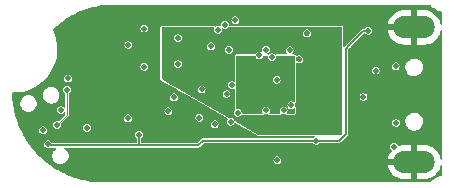
<source format=gbr>
%TF.GenerationSoftware,KiCad,Pcbnew,7.0.7*%
%TF.CreationDate,2024-04-01T13:07:59+02:00*%
%TF.ProjectId,ovrdrive,6f767264-7269-4766-952e-6b696361645f,rev?*%
%TF.SameCoordinates,Original*%
%TF.FileFunction,Copper,L2,Inr*%
%TF.FilePolarity,Positive*%
%FSLAX46Y46*%
G04 Gerber Fmt 4.6, Leading zero omitted, Abs format (unit mm)*
G04 Created by KiCad (PCBNEW 7.0.7) date 2024-04-01 13:07:59*
%MOMM*%
%LPD*%
G01*
G04 APERTURE LIST*
%TA.AperFunction,ComponentPad*%
%ADD10O,3.500000X1.900000*%
%TD*%
%TA.AperFunction,ViaPad*%
%ADD11C,0.460000*%
%TD*%
%TA.AperFunction,Conductor*%
%ADD12C,0.100000*%
%TD*%
%TA.AperFunction,Conductor*%
%ADD13C,0.200000*%
%TD*%
G04 APERTURE END LIST*
D10*
%TO.N,GND*%
%TO.C,J1*%
X142100000Y-98500000D03*
X142100000Y-109900000D03*
%TD*%
D11*
%TO.N,+1V8*%
X131750000Y-104220000D03*
X127300000Y-102200000D03*
X128600000Y-105500000D03*
X131000000Y-101200000D03*
%TO.N,/SCK*%
X112700000Y-103800000D03*
X111859044Y-106772225D03*
%TO.N,/MOSI*%
X110665634Y-107206591D03*
X119243348Y-101843348D03*
%TO.N,/~{RST}*%
X112200500Y-105495000D03*
X121283771Y-105600000D03*
%TO.N,/INHIBIT*%
X117900000Y-100000000D03*
X112800000Y-102829500D03*
%TO.N,Net-(JP1-B)*%
X130500000Y-109750000D03*
%TO.N,/RB1*%
X131550000Y-100450000D03*
%TO.N,/RB0*%
X130050000Y-101010000D03*
%TO.N,/~{CE1}*%
X130450000Y-102950000D03*
%TO.N,/DQS*%
X129550000Y-105540500D03*
%TO.N,Net-(U2A-~{CE})*%
X122100000Y-101600000D03*
%TO.N,/~{CE3}*%
X131050000Y-105540500D03*
%TO.N,/~{CE2}*%
X131700000Y-105100000D03*
%TO.N,/~{RE}*%
X129550000Y-100400000D03*
%TO.N,/~{CE}*%
X119250000Y-98600000D03*
X128991864Y-100879856D03*
%TO.N,/~{WP}*%
X123900000Y-106150000D03*
%TO.N,/~{WE}*%
X125200000Y-106700000D03*
%TO.N,/ALE*%
X126550000Y-106500000D03*
%TO.N,/CLE*%
X127150000Y-105740500D03*
%TO.N,+3.3V*%
X128000000Y-106500000D03*
X130600000Y-100400000D03*
X140570500Y-106600000D03*
X132400000Y-102100000D03*
X129100000Y-106500000D03*
X123300000Y-101304500D03*
X132400000Y-105100000D03*
%TO.N,GND*%
X109000000Y-106200000D03*
X139600000Y-97400000D03*
X119800000Y-106500000D03*
X117600000Y-109800000D03*
X118200000Y-98400000D03*
X143600000Y-106600000D03*
X132350000Y-101200000D03*
X136500000Y-108600000D03*
X110200000Y-106000000D03*
X133000000Y-99000000D03*
X114600000Y-99200000D03*
X132500000Y-109000000D03*
X139750000Y-110950000D03*
X114100000Y-107900000D03*
X143600000Y-100400000D03*
X126950000Y-97150000D03*
X122550000Y-105950000D03*
X135500000Y-97050000D03*
X119900000Y-101300000D03*
X126400000Y-100400000D03*
X113030000Y-107950000D03*
X113350000Y-109800000D03*
X122100000Y-99400000D03*
X131000000Y-110600000D03*
X124600000Y-107400000D03*
X126300000Y-110800000D03*
X137000000Y-100400000D03*
X117600000Y-103800000D03*
%TO.N,+5V*%
X138200000Y-98800000D03*
X118800000Y-107600000D03*
X111100000Y-108400000D03*
X133800000Y-108095500D03*
%TO.N,/FD7*%
X126950000Y-97900000D03*
%TO.N,/FD6*%
X126072701Y-98279500D03*
%TO.N,/FD5*%
X125500000Y-98700000D03*
%TO.N,/FD4*%
X124900000Y-100100000D03*
%TO.N,/FD3*%
X126677375Y-103384648D03*
%TO.N,/FD2*%
X124104500Y-103764148D03*
%TO.N,/FD1*%
X121770207Y-104429793D03*
%TO.N,/FD0*%
X126204500Y-104150000D03*
%TO.N,VMEM*%
X140400000Y-108600000D03*
X137800000Y-104400000D03*
%TO.N,/IN1*%
X140520500Y-101800000D03*
X117845500Y-106200000D03*
%TO.N,/IN2*%
X138825627Y-102157685D03*
X114400000Y-107000000D03*
%TD*%
D12*
%TO.N,/SCK*%
X111820000Y-106733181D02*
X111859044Y-106772225D01*
X112700000Y-105931269D02*
X111859044Y-106772225D01*
X112700000Y-103800000D02*
X112700000Y-105931269D01*
D13*
%TO.N,+5V*%
X136300000Y-100300000D02*
X136300000Y-107500000D01*
X138200000Y-98800000D02*
X137800000Y-98800000D01*
X136300000Y-107500000D02*
X135704500Y-108095500D01*
X118800000Y-107600000D02*
X118800000Y-108500000D01*
X123800000Y-108500000D02*
X118800000Y-108500000D01*
X133800000Y-108095500D02*
X133795500Y-108100000D01*
X124200000Y-108100000D02*
X123800000Y-108500000D01*
X137800000Y-98800000D02*
X136600000Y-100000000D01*
X111200000Y-108500000D02*
X111100000Y-108400000D01*
X118800000Y-108500000D02*
X111200000Y-108500000D01*
X135704500Y-108095500D02*
X133800000Y-108095500D01*
X136600000Y-100000000D02*
X136300000Y-100300000D01*
X133795500Y-108100000D02*
X124200000Y-108100000D01*
%TD*%
%TA.AperFunction,Conductor*%
%TO.N,GND*%
G36*
X132397792Y-100977954D02*
G01*
X132456114Y-100999182D01*
X132470850Y-101007690D01*
X132518400Y-101047589D01*
X132529338Y-101060624D01*
X132560370Y-101114370D01*
X132566191Y-101130363D01*
X132576969Y-101191491D01*
X132576969Y-101208508D01*
X132566191Y-101269632D01*
X132560370Y-101285623D01*
X132529337Y-101339375D01*
X132518399Y-101352410D01*
X132470851Y-101392307D01*
X132456117Y-101400815D01*
X132397792Y-101422045D01*
X132381032Y-101425000D01*
X132318966Y-101425000D01*
X132302207Y-101422045D01*
X132218285Y-101391499D01*
X132218284Y-101391499D01*
X132211410Y-101388997D01*
X132206310Y-101386885D01*
X132206306Y-101386883D01*
X132204676Y-101386446D01*
X132203206Y-101385983D01*
X132203009Y-101385999D01*
X132181804Y-101380318D01*
X132179127Y-101379638D01*
X132158344Y-101381273D01*
X132122677Y-101369685D01*
X132105651Y-101336270D01*
X132105500Y-101332425D01*
X132105500Y-101079768D01*
X132119852Y-101045120D01*
X132154500Y-101030768D01*
X132154930Y-101030770D01*
X132166692Y-101030873D01*
X132166692Y-101030872D01*
X132166695Y-101030873D01*
X132202462Y-101019597D01*
X132228081Y-101005541D01*
X132234881Y-101002460D01*
X132302207Y-100977954D01*
X132318966Y-100975000D01*
X132381034Y-100975000D01*
X132397792Y-100977954D01*
G37*
%TD.AperFunction*%
%TA.AperFunction,Conductor*%
G36*
X126447792Y-100177954D02*
G01*
X126506114Y-100199182D01*
X126520850Y-100207690D01*
X126568400Y-100247589D01*
X126579338Y-100260624D01*
X126610370Y-100314370D01*
X126616191Y-100330363D01*
X126626969Y-100391491D01*
X126626969Y-100408508D01*
X126616191Y-100469632D01*
X126610370Y-100485623D01*
X126579337Y-100539375D01*
X126568399Y-100552410D01*
X126520851Y-100592307D01*
X126506117Y-100600815D01*
X126447792Y-100622045D01*
X126431032Y-100625000D01*
X126368968Y-100625000D01*
X126352209Y-100622045D01*
X126293879Y-100600814D01*
X126279144Y-100592306D01*
X126231598Y-100552411D01*
X126220662Y-100539379D01*
X126189625Y-100485623D01*
X126183807Y-100469638D01*
X126173029Y-100408506D01*
X126173029Y-100391491D01*
X126183807Y-100330360D01*
X126189625Y-100314377D01*
X126220660Y-100260623D01*
X126231594Y-100247592D01*
X126279148Y-100207688D01*
X126293881Y-100199183D01*
X126331602Y-100185454D01*
X126352208Y-100177955D01*
X126368966Y-100175000D01*
X126431034Y-100175000D01*
X126447792Y-100177954D01*
G37*
%TD.AperFunction*%
%TA.AperFunction,Conductor*%
G36*
X122147792Y-99177954D02*
G01*
X122206114Y-99199182D01*
X122220850Y-99207690D01*
X122268400Y-99247589D01*
X122279338Y-99260624D01*
X122310370Y-99314370D01*
X122316191Y-99330363D01*
X122326969Y-99391491D01*
X122326969Y-99408508D01*
X122316191Y-99469632D01*
X122310370Y-99485623D01*
X122279337Y-99539375D01*
X122268399Y-99552410D01*
X122220851Y-99592307D01*
X122206117Y-99600815D01*
X122147792Y-99622045D01*
X122131032Y-99625000D01*
X122068968Y-99625000D01*
X122052209Y-99622045D01*
X121993879Y-99600814D01*
X121979144Y-99592306D01*
X121931598Y-99552411D01*
X121920662Y-99539379D01*
X121889625Y-99485623D01*
X121883807Y-99469638D01*
X121873029Y-99408506D01*
X121873029Y-99391491D01*
X121873987Y-99386057D01*
X121883807Y-99330360D01*
X121889625Y-99314377D01*
X121920660Y-99260623D01*
X121931594Y-99247592D01*
X121979148Y-99207688D01*
X121993881Y-99199183D01*
X122031602Y-99185454D01*
X122052208Y-99177955D01*
X122068966Y-99175000D01*
X122131034Y-99175000D01*
X122147792Y-99177954D01*
G37*
%TD.AperFunction*%
%TA.AperFunction,Conductor*%
G36*
X133047792Y-98777954D02*
G01*
X133106114Y-98799182D01*
X133120850Y-98807690D01*
X133168400Y-98847589D01*
X133179338Y-98860624D01*
X133210370Y-98914370D01*
X133216191Y-98930363D01*
X133226969Y-98991491D01*
X133226969Y-99008508D01*
X133216191Y-99069632D01*
X133210370Y-99085623D01*
X133179337Y-99139375D01*
X133168399Y-99152410D01*
X133120851Y-99192307D01*
X133106117Y-99200815D01*
X133047792Y-99222045D01*
X133031032Y-99225000D01*
X132968968Y-99225000D01*
X132952209Y-99222045D01*
X132893879Y-99200814D01*
X132879144Y-99192306D01*
X132831598Y-99152411D01*
X132820662Y-99139379D01*
X132789625Y-99085623D01*
X132783807Y-99069638D01*
X132773029Y-99008506D01*
X132773029Y-98991491D01*
X132777814Y-98964352D01*
X132783807Y-98930360D01*
X132789625Y-98914377D01*
X132820660Y-98860623D01*
X132831594Y-98847592D01*
X132879148Y-98807688D01*
X132893881Y-98799183D01*
X132936313Y-98783740D01*
X132952208Y-98777955D01*
X132968966Y-98775000D01*
X133031034Y-98775000D01*
X133047792Y-98777954D01*
G37*
%TD.AperFunction*%
%TA.AperFunction,Conductor*%
G36*
X143496587Y-96638571D02*
G01*
X143498954Y-96641111D01*
X143557533Y-96708643D01*
X143725459Y-96856897D01*
X143752417Y-96874984D01*
X143911470Y-96981700D01*
X144112322Y-97080875D01*
X144324501Y-97152687D01*
X144394379Y-97166368D01*
X144425623Y-97187109D01*
X144433963Y-97214455D01*
X144433963Y-98243065D01*
X144419611Y-98277713D01*
X144384963Y-98292065D01*
X144350315Y-98277713D01*
X144336631Y-98251130D01*
X144318229Y-98140853D01*
X144239774Y-97912323D01*
X144239770Y-97912313D01*
X144124777Y-97699825D01*
X144124768Y-97699811D01*
X143976364Y-97509141D01*
X143798588Y-97345488D01*
X143596313Y-97213335D01*
X143596307Y-97213331D01*
X143375036Y-97116273D01*
X143375037Y-97116273D01*
X143140801Y-97056956D01*
X142960303Y-97042000D01*
X142354000Y-97042000D01*
X142354000Y-98001000D01*
X142339648Y-98035648D01*
X142305000Y-98050000D01*
X141895000Y-98050000D01*
X141860352Y-98035648D01*
X141846000Y-98001000D01*
X141846000Y-97042000D01*
X141239697Y-97042000D01*
X141059198Y-97056956D01*
X140824963Y-97116273D01*
X140603692Y-97213331D01*
X140603686Y-97213335D01*
X140401411Y-97345488D01*
X140223635Y-97509141D01*
X140075231Y-97699811D01*
X140075222Y-97699825D01*
X139960229Y-97912313D01*
X139960225Y-97912323D01*
X139881770Y-98140853D01*
X139864225Y-98246000D01*
X140842162Y-98246000D01*
X140876810Y-98260352D01*
X140891162Y-98295000D01*
X140884597Y-98319497D01*
X140877371Y-98332013D01*
X140876376Y-98333738D01*
X140876374Y-98333744D01*
X140846190Y-98465988D01*
X140846190Y-98465991D01*
X140846190Y-98465992D01*
X140846789Y-98473984D01*
X140856326Y-98601260D01*
X140856326Y-98601262D01*
X140856327Y-98601265D01*
X140890014Y-98687099D01*
X140889314Y-98724594D01*
X140862304Y-98750613D01*
X140844402Y-98754000D01*
X139864225Y-98754000D01*
X139881770Y-98859146D01*
X139960225Y-99087676D01*
X139960229Y-99087686D01*
X140075222Y-99300174D01*
X140075231Y-99300188D01*
X140223635Y-99490858D01*
X140401411Y-99654511D01*
X140603686Y-99786664D01*
X140603692Y-99786668D01*
X140824963Y-99883726D01*
X140824962Y-99883726D01*
X141059198Y-99943043D01*
X141239697Y-99958000D01*
X141846000Y-99958000D01*
X141846000Y-98999000D01*
X141860352Y-98964352D01*
X141895000Y-98950000D01*
X142305000Y-98950000D01*
X142339648Y-98964352D01*
X142354000Y-98999000D01*
X142354000Y-99958000D01*
X142960303Y-99958000D01*
X143140801Y-99943043D01*
X143375036Y-99883726D01*
X143596307Y-99786668D01*
X143596313Y-99786664D01*
X143798588Y-99654511D01*
X143976364Y-99490858D01*
X144124768Y-99300188D01*
X144124777Y-99300174D01*
X144239770Y-99087686D01*
X144239774Y-99087676D01*
X144318229Y-98859146D01*
X144336631Y-98748869D01*
X144356490Y-98717056D01*
X144393028Y-98708602D01*
X144424841Y-98728461D01*
X144433963Y-98756934D01*
X144433963Y-109643065D01*
X144419611Y-109677713D01*
X144384963Y-109692065D01*
X144350315Y-109677713D01*
X144336631Y-109651130D01*
X144318229Y-109540853D01*
X144239774Y-109312323D01*
X144239770Y-109312313D01*
X144124777Y-109099825D01*
X144124768Y-109099811D01*
X143976364Y-108909141D01*
X143798588Y-108745488D01*
X143596313Y-108613335D01*
X143596307Y-108613331D01*
X143375036Y-108516273D01*
X143375037Y-108516273D01*
X143140801Y-108456956D01*
X142960303Y-108442000D01*
X142354000Y-108442000D01*
X142354000Y-109401000D01*
X142339648Y-109435648D01*
X142305000Y-109450000D01*
X141895000Y-109450000D01*
X141860352Y-109435648D01*
X141846000Y-109401000D01*
X141846000Y-108442000D01*
X141239697Y-108442000D01*
X141059198Y-108456956D01*
X140824962Y-108516273D01*
X140824958Y-108516274D01*
X140785418Y-108533618D01*
X140747923Y-108534393D01*
X140720863Y-108508427D01*
X140717482Y-108497260D01*
X140715359Y-108485219D01*
X140666158Y-108400000D01*
X140657084Y-108384283D01*
X140657082Y-108384280D01*
X140567799Y-108309364D01*
X140567797Y-108309363D01*
X140458276Y-108269500D01*
X140341724Y-108269500D01*
X140232202Y-108309363D01*
X140232200Y-108309364D01*
X140142917Y-108384280D01*
X140142915Y-108384283D01*
X140084641Y-108485216D01*
X140064402Y-108600000D01*
X140084641Y-108714783D01*
X140142915Y-108815716D01*
X140142917Y-108815719D01*
X140199551Y-108863240D01*
X140216868Y-108896505D01*
X140206722Y-108930872D01*
X140075231Y-109099811D01*
X140075222Y-109099825D01*
X139960229Y-109312313D01*
X139960225Y-109312323D01*
X139881770Y-109540853D01*
X139864225Y-109646000D01*
X140842162Y-109646000D01*
X140876810Y-109660352D01*
X140891162Y-109695000D01*
X140884597Y-109719497D01*
X140877371Y-109732013D01*
X140876376Y-109733738D01*
X140876374Y-109733744D01*
X140846190Y-109865988D01*
X140846190Y-109865991D01*
X140846190Y-109865992D01*
X140849474Y-109909820D01*
X140856326Y-110001260D01*
X140856326Y-110001262D01*
X140856327Y-110001265D01*
X140890014Y-110087099D01*
X140889314Y-110124594D01*
X140862304Y-110150613D01*
X140844402Y-110154000D01*
X139864225Y-110154000D01*
X139881770Y-110259146D01*
X139960225Y-110487676D01*
X139960229Y-110487686D01*
X140075222Y-110700174D01*
X140075231Y-110700188D01*
X140223635Y-110890858D01*
X140401411Y-111054511D01*
X140603686Y-111186664D01*
X140603692Y-111186668D01*
X140824963Y-111283726D01*
X140824962Y-111283726D01*
X141059198Y-111343043D01*
X141239697Y-111358000D01*
X141846000Y-111358000D01*
X141846000Y-110399000D01*
X141860352Y-110364352D01*
X141895000Y-110350000D01*
X142305000Y-110350000D01*
X142339648Y-110364352D01*
X142354000Y-110399000D01*
X142354000Y-111358000D01*
X142960303Y-111358000D01*
X143140801Y-111343043D01*
X143375036Y-111283726D01*
X143596307Y-111186668D01*
X143596313Y-111186664D01*
X143798588Y-111054511D01*
X143976364Y-110890858D01*
X144124768Y-110700188D01*
X144124777Y-110700174D01*
X144239770Y-110487686D01*
X144239774Y-110487676D01*
X144318229Y-110259146D01*
X144336631Y-110148869D01*
X144356490Y-110117056D01*
X144393028Y-110108602D01*
X144424841Y-110128461D01*
X144433963Y-110156934D01*
X144433963Y-111032991D01*
X144419611Y-111067639D01*
X144394378Y-111081078D01*
X144324505Y-111094758D01*
X144324503Y-111094758D01*
X144324501Y-111094759D01*
X144262504Y-111115741D01*
X144112321Y-111166568D01*
X143922573Y-111260258D01*
X143911472Y-111265739D01*
X143773957Y-111358000D01*
X143725451Y-111390543D01*
X143557531Y-111538785D01*
X143498939Y-111606328D01*
X143465393Y-111623096D01*
X143461925Y-111623219D01*
X115820682Y-111623219D01*
X115820286Y-111623055D01*
X115800047Y-111623218D01*
X115476903Y-111614740D01*
X115271558Y-111609032D01*
X115269929Y-111608933D01*
X114978202Y-111581317D01*
X114737402Y-111557391D01*
X114735859Y-111557188D01*
X114453854Y-111510943D01*
X114208182Y-111468699D01*
X114206732Y-111468404D01*
X113931470Y-111403753D01*
X113686439Y-111343391D01*
X113685086Y-111343016D01*
X113416450Y-111260258D01*
X113281258Y-111216537D01*
X113174734Y-111182087D01*
X113173482Y-111181644D01*
X112911993Y-111081125D01*
X112675518Y-110985564D01*
X112674369Y-110985066D01*
X112420913Y-110867243D01*
X112191210Y-110754782D01*
X112190167Y-110754239D01*
X111945714Y-110619645D01*
X111912603Y-110600398D01*
X111724157Y-110490860D01*
X111723249Y-110490304D01*
X111488740Y-110339509D01*
X111276260Y-110194834D01*
X111261347Y-110183740D01*
X111052286Y-110028211D01*
X110850503Y-109868664D01*
X110638492Y-109687258D01*
X110448523Y-109513699D01*
X110249378Y-109318297D01*
X110072237Y-109131645D01*
X110043935Y-109099811D01*
X109886847Y-108923118D01*
X109875358Y-108909141D01*
X109723489Y-108724383D01*
X109716060Y-108714783D01*
X109636367Y-108611797D01*
X109552659Y-108503622D01*
X109479188Y-108400000D01*
X110764402Y-108400000D01*
X110784641Y-108514783D01*
X110842915Y-108615716D01*
X110842917Y-108615719D01*
X110899314Y-108663041D01*
X110932201Y-108690636D01*
X111041724Y-108730500D01*
X111158276Y-108730500D01*
X111201462Y-108714781D01*
X111232579Y-108703454D01*
X111249338Y-108700500D01*
X111727923Y-108700500D01*
X111762571Y-108714852D01*
X111776923Y-108749500D01*
X111762571Y-108784148D01*
X111755758Y-108789826D01*
X111666282Y-108851586D01*
X111666277Y-108851590D01*
X111596041Y-108930872D01*
X111554232Y-108978065D01*
X111554230Y-108978068D01*
X111554225Y-108978076D01*
X111475708Y-109127679D01*
X111435270Y-109291742D01*
X111435270Y-109460711D01*
X111475708Y-109624774D01*
X111554225Y-109774377D01*
X111554227Y-109774381D01*
X111554232Y-109774389D01*
X111575801Y-109798735D01*
X111666277Y-109900863D01*
X111666282Y-109900867D01*
X111805339Y-109996851D01*
X111805338Y-109996851D01*
X111805341Y-109996852D01*
X111963331Y-110056770D01*
X112088985Y-110072027D01*
X112088989Y-110072027D01*
X112173151Y-110072027D01*
X112173155Y-110072027D01*
X112298809Y-110056770D01*
X112456799Y-109996852D01*
X112595859Y-109900866D01*
X112707908Y-109774389D01*
X112720708Y-109750000D01*
X130164402Y-109750000D01*
X130184641Y-109864783D01*
X130242915Y-109965716D01*
X130242917Y-109965719D01*
X130285280Y-110001265D01*
X130332201Y-110040636D01*
X130441724Y-110080500D01*
X130558276Y-110080500D01*
X130667799Y-110040636D01*
X130757083Y-109965718D01*
X130815359Y-109864781D01*
X130835598Y-109750000D01*
X130815359Y-109635219D01*
X130815358Y-109635217D01*
X130815358Y-109635216D01*
X130757084Y-109534283D01*
X130757082Y-109534280D01*
X130667799Y-109459364D01*
X130667797Y-109459363D01*
X130558276Y-109419500D01*
X130441724Y-109419500D01*
X130332202Y-109459363D01*
X130332200Y-109459364D01*
X130242917Y-109534280D01*
X130242915Y-109534283D01*
X130184641Y-109635216D01*
X130164402Y-109750000D01*
X112720708Y-109750000D01*
X112786432Y-109624773D01*
X112826870Y-109460712D01*
X112826870Y-109291742D01*
X112786432Y-109127681D01*
X112707908Y-108978065D01*
X112630453Y-108890636D01*
X112595862Y-108851590D01*
X112595857Y-108851586D01*
X112506382Y-108789826D01*
X112486020Y-108758333D01*
X112493891Y-108721665D01*
X112525384Y-108701303D01*
X112534217Y-108700500D01*
X118754237Y-108700500D01*
X118777410Y-108700500D01*
X123757611Y-108700500D01*
X123773796Y-108703250D01*
X123776974Y-108704362D01*
X123809889Y-108700653D01*
X123812632Y-108700500D01*
X123822591Y-108700500D01*
X123824310Y-108700107D01*
X123832310Y-108698280D01*
X123834997Y-108697824D01*
X123867924Y-108694116D01*
X123870775Y-108692323D01*
X123885948Y-108686038D01*
X123889231Y-108685290D01*
X123915139Y-108664628D01*
X123917358Y-108663052D01*
X123925801Y-108657748D01*
X123932849Y-108650698D01*
X123934870Y-108648892D01*
X123960788Y-108628224D01*
X123962249Y-108625189D01*
X123971747Y-108611800D01*
X124268697Y-108314852D01*
X124303346Y-108300500D01*
X133512308Y-108300500D01*
X133543804Y-108311964D01*
X133632196Y-108386133D01*
X133632199Y-108386134D01*
X133632201Y-108386136D01*
X133741724Y-108426000D01*
X133858276Y-108426000D01*
X133967799Y-108386136D01*
X134025766Y-108337495D01*
X134060367Y-108308463D01*
X134061730Y-108310087D01*
X134088424Y-108296187D01*
X134092702Y-108296000D01*
X135662111Y-108296000D01*
X135678296Y-108298750D01*
X135681474Y-108299862D01*
X135714389Y-108296153D01*
X135717132Y-108296000D01*
X135727091Y-108296000D01*
X135728810Y-108295607D01*
X135736810Y-108293780D01*
X135739497Y-108293324D01*
X135772424Y-108289616D01*
X135775275Y-108287823D01*
X135790448Y-108281538D01*
X135793731Y-108280790D01*
X135819639Y-108260128D01*
X135821858Y-108258552D01*
X135830301Y-108253248D01*
X135837349Y-108246198D01*
X135839370Y-108244392D01*
X135865288Y-108223724D01*
X135866749Y-108220689D01*
X135876247Y-108207300D01*
X136411800Y-107671747D01*
X136425189Y-107662249D01*
X136428224Y-107660788D01*
X136448892Y-107634870D01*
X136450698Y-107632849D01*
X136457748Y-107625801D01*
X136463052Y-107617358D01*
X136464628Y-107615139D01*
X136485290Y-107589231D01*
X136486038Y-107585948D01*
X136492323Y-107570775D01*
X136494116Y-107567924D01*
X136497824Y-107534997D01*
X136498280Y-107532310D01*
X136500500Y-107522590D01*
X136500500Y-107512632D01*
X136500654Y-107509888D01*
X136504362Y-107476973D01*
X136504361Y-107476971D01*
X136503249Y-107473791D01*
X136500500Y-107457610D01*
X136500500Y-106600000D01*
X140234902Y-106600000D01*
X140255141Y-106714783D01*
X140313415Y-106815716D01*
X140313417Y-106815719D01*
X140385367Y-106876091D01*
X140402701Y-106890636D01*
X140512224Y-106930500D01*
X140628776Y-106930500D01*
X140738299Y-106890636D01*
X140827583Y-106815718D01*
X140884745Y-106716710D01*
X140885858Y-106714783D01*
X140885858Y-106714782D01*
X140885859Y-106714781D01*
X140906098Y-106600000D01*
X140896212Y-106543935D01*
X141345669Y-106543935D01*
X141376135Y-106716711D01*
X141422150Y-106823386D01*
X141445624Y-106877806D01*
X141529800Y-106990873D01*
X141550390Y-107018530D01*
X141684786Y-107131302D01*
X141841567Y-107210040D01*
X142012279Y-107250500D01*
X142012280Y-107250500D01*
X142143705Y-107250500D01*
X142143709Y-107250500D01*
X142274255Y-107235241D01*
X142439117Y-107175237D01*
X142585696Y-107078830D01*
X142706092Y-106951218D01*
X142793812Y-106799281D01*
X142844130Y-106631210D01*
X142854331Y-106456065D01*
X142823865Y-106283289D01*
X142754377Y-106122196D01*
X142649610Y-105981470D01*
X142577747Y-105921170D01*
X142515214Y-105868698D01*
X142358434Y-105789960D01*
X142358432Y-105789959D01*
X142228180Y-105759089D01*
X142187721Y-105749500D01*
X142056291Y-105749500D01*
X141969260Y-105759672D01*
X141925743Y-105764759D01*
X141925742Y-105764760D01*
X141760883Y-105824762D01*
X141614305Y-105921169D01*
X141614299Y-105921173D01*
X141493912Y-106048776D01*
X141493907Y-106048783D01*
X141406189Y-106200716D01*
X141406185Y-106200725D01*
X141355871Y-106368785D01*
X141355869Y-106368792D01*
X141348773Y-106490635D01*
X141345669Y-106543935D01*
X140896212Y-106543935D01*
X140885859Y-106485219D01*
X140885858Y-106485217D01*
X140885858Y-106485216D01*
X140827584Y-106384283D01*
X140827582Y-106384280D01*
X140738299Y-106309364D01*
X140738297Y-106309363D01*
X140628776Y-106269500D01*
X140512224Y-106269500D01*
X140402702Y-106309363D01*
X140402700Y-106309364D01*
X140313417Y-106384280D01*
X140313415Y-106384283D01*
X140255141Y-106485216D01*
X140234902Y-106600000D01*
X136500500Y-106600000D01*
X136500500Y-104400000D01*
X137464402Y-104400000D01*
X137484641Y-104514783D01*
X137542915Y-104615716D01*
X137542917Y-104615719D01*
X137619825Y-104680251D01*
X137632201Y-104690636D01*
X137741724Y-104730500D01*
X137858276Y-104730500D01*
X137967799Y-104690636D01*
X138057083Y-104615718D01*
X138115359Y-104514781D01*
X138135598Y-104400000D01*
X138115359Y-104285219D01*
X138115358Y-104285217D01*
X138115358Y-104285216D01*
X138057084Y-104184283D01*
X138057082Y-104184280D01*
X137967799Y-104109364D01*
X137967797Y-104109363D01*
X137858276Y-104069500D01*
X137741724Y-104069500D01*
X137632202Y-104109363D01*
X137632200Y-104109364D01*
X137542917Y-104184280D01*
X137542915Y-104184283D01*
X137484641Y-104285216D01*
X137464402Y-104400000D01*
X136500500Y-104400000D01*
X136500500Y-102157685D01*
X138490029Y-102157685D01*
X138510268Y-102272468D01*
X138568542Y-102373401D01*
X138568544Y-102373404D01*
X138622324Y-102418530D01*
X138657828Y-102448321D01*
X138767351Y-102488185D01*
X138883903Y-102488185D01*
X138993426Y-102448321D01*
X139082710Y-102373403D01*
X139140986Y-102272466D01*
X139161225Y-102157685D01*
X139140986Y-102042904D01*
X139140985Y-102042902D01*
X139140985Y-102042901D01*
X139082711Y-101941968D01*
X139082709Y-101941965D01*
X138993426Y-101867049D01*
X138993424Y-101867048D01*
X138883903Y-101827185D01*
X138767351Y-101827185D01*
X138657829Y-101867048D01*
X138657827Y-101867049D01*
X138568544Y-101941965D01*
X138568542Y-101941968D01*
X138510268Y-102042901D01*
X138490029Y-102157685D01*
X136500500Y-102157685D01*
X136500500Y-101800000D01*
X140184902Y-101800000D01*
X140191648Y-101838260D01*
X140205141Y-101914783D01*
X140263415Y-102015716D01*
X140263417Y-102015719D01*
X140315077Y-102059066D01*
X140352701Y-102090636D01*
X140462224Y-102130500D01*
X140578776Y-102130500D01*
X140688299Y-102090636D01*
X140777583Y-102015718D01*
X140819027Y-101943935D01*
X141345669Y-101943935D01*
X141376135Y-102116711D01*
X141443321Y-102272468D01*
X141445624Y-102277806D01*
X141516794Y-102373403D01*
X141550390Y-102418530D01*
X141684786Y-102531302D01*
X141841567Y-102610040D01*
X142012279Y-102650500D01*
X142012280Y-102650500D01*
X142143705Y-102650500D01*
X142143709Y-102650500D01*
X142274255Y-102635241D01*
X142439117Y-102575237D01*
X142585696Y-102478830D01*
X142706092Y-102351218D01*
X142793812Y-102199281D01*
X142844130Y-102031210D01*
X142854331Y-101856065D01*
X142823865Y-101683289D01*
X142754377Y-101522196D01*
X142649610Y-101381470D01*
X142649376Y-101381274D01*
X142515214Y-101268698D01*
X142358434Y-101189960D01*
X142358432Y-101189959D01*
X142228180Y-101159089D01*
X142187721Y-101149500D01*
X142056291Y-101149500D01*
X141969260Y-101159672D01*
X141925743Y-101164759D01*
X141925742Y-101164760D01*
X141760883Y-101224762D01*
X141614305Y-101321169D01*
X141614299Y-101321173D01*
X141493912Y-101448776D01*
X141493907Y-101448783D01*
X141406189Y-101600716D01*
X141406185Y-101600725D01*
X141355871Y-101768785D01*
X141355869Y-101768792D01*
X141345669Y-101943931D01*
X141345669Y-101943935D01*
X140819027Y-101943935D01*
X140835859Y-101914781D01*
X140856098Y-101800000D01*
X140835859Y-101685219D01*
X140835858Y-101685217D01*
X140835858Y-101685216D01*
X140777584Y-101584283D01*
X140777582Y-101584280D01*
X140688299Y-101509364D01*
X140688297Y-101509363D01*
X140578776Y-101469500D01*
X140462224Y-101469500D01*
X140352702Y-101509363D01*
X140352700Y-101509364D01*
X140263417Y-101584280D01*
X140263415Y-101584283D01*
X140205141Y-101685216D01*
X140190406Y-101768785D01*
X140184902Y-101800000D01*
X136500500Y-101800000D01*
X136500500Y-100403345D01*
X136514852Y-100368697D01*
X136635960Y-100247589D01*
X136757748Y-100125801D01*
X136757747Y-100125801D01*
X137868697Y-99014852D01*
X137903346Y-99000500D01*
X137907298Y-99000500D01*
X137939053Y-99013653D01*
X137939633Y-99012963D01*
X137941824Y-99014801D01*
X137941946Y-99014852D01*
X137942151Y-99015076D01*
X138007169Y-99069632D01*
X138032201Y-99090636D01*
X138141724Y-99130500D01*
X138258276Y-99130500D01*
X138367799Y-99090636D01*
X138457083Y-99015718D01*
X138495025Y-98950000D01*
X138515358Y-98914783D01*
X138515358Y-98914782D01*
X138515359Y-98914781D01*
X138535598Y-98800000D01*
X138515359Y-98685219D01*
X138515358Y-98685217D01*
X138515358Y-98685216D01*
X138457084Y-98584283D01*
X138457082Y-98584280D01*
X138367799Y-98509364D01*
X138367797Y-98509363D01*
X138258276Y-98469500D01*
X138141724Y-98469500D01*
X138032202Y-98509363D01*
X138032200Y-98509364D01*
X137939633Y-98587037D01*
X137938269Y-98585412D01*
X137911576Y-98599313D01*
X137907298Y-98599500D01*
X137842389Y-98599500D01*
X137826204Y-98596750D01*
X137823026Y-98595638D01*
X137790113Y-98599346D01*
X137787371Y-98599500D01*
X137777410Y-98599500D01*
X137767700Y-98601715D01*
X137764993Y-98602175D01*
X137732078Y-98605884D01*
X137732071Y-98605886D01*
X137729219Y-98607679D01*
X137714057Y-98613959D01*
X137710771Y-98614708D01*
X137710767Y-98614710D01*
X137684873Y-98635361D01*
X137682632Y-98636952D01*
X137674199Y-98642250D01*
X137674199Y-98642251D01*
X137667156Y-98649292D01*
X137665109Y-98651121D01*
X137639212Y-98671775D01*
X137639210Y-98671777D01*
X137637747Y-98674816D01*
X137628250Y-98688199D01*
X136451047Y-99865403D01*
X136189148Y-100127302D01*
X136154500Y-100141654D01*
X136119852Y-100127302D01*
X136105500Y-100092654D01*
X136105500Y-98549002D01*
X136105500Y-98549000D01*
X136097469Y-98508626D01*
X136097468Y-98508623D01*
X136083120Y-98473984D01*
X136075603Y-98459230D01*
X136075205Y-98458890D01*
X136026022Y-98416883D01*
X135991374Y-98402531D01*
X135951000Y-98394500D01*
X135950998Y-98394500D01*
X126446417Y-98394500D01*
X126411769Y-98380148D01*
X126397417Y-98345500D01*
X126398160Y-98336999D01*
X126408299Y-98279500D01*
X126388060Y-98164719D01*
X126388059Y-98164717D01*
X126388059Y-98164716D01*
X126329785Y-98063783D01*
X126329783Y-98063780D01*
X126240500Y-97988864D01*
X126240498Y-97988863D01*
X126130977Y-97949000D01*
X126014425Y-97949000D01*
X125904903Y-97988863D01*
X125904901Y-97988864D01*
X125815618Y-98063780D01*
X125815616Y-98063783D01*
X125757342Y-98164716D01*
X125737418Y-98277713D01*
X125737103Y-98279500D01*
X125752634Y-98367584D01*
X125744517Y-98404197D01*
X125712888Y-98424348D01*
X125676274Y-98416230D01*
X125672884Y-98413630D01*
X125667799Y-98409364D01*
X125667797Y-98409363D01*
X125558276Y-98369500D01*
X125441724Y-98369500D01*
X125332203Y-98409362D01*
X125332200Y-98409364D01*
X125332201Y-98409364D01*
X125304953Y-98432227D01*
X125269187Y-98443503D01*
X125241635Y-98431950D01*
X125239683Y-98430282D01*
X125223994Y-98416883D01*
X125189346Y-98402531D01*
X125148972Y-98394500D01*
X120749000Y-98394500D01*
X120728812Y-98398515D01*
X120708624Y-98402531D01*
X120708623Y-98402531D01*
X120673984Y-98416880D01*
X120659230Y-98424396D01*
X120629480Y-98459229D01*
X120616883Y-98473978D01*
X120602531Y-98508626D01*
X120594500Y-98549000D01*
X120594500Y-98999999D01*
X120594500Y-99399999D01*
X120594500Y-100099999D01*
X120594500Y-100399999D01*
X120594500Y-101599999D01*
X120594500Y-102875102D01*
X120594963Y-102882078D01*
X120597135Y-102898374D01*
X120618213Y-102948923D01*
X120641136Y-102978604D01*
X120672170Y-103005649D01*
X121333401Y-103384647D01*
X121493095Y-103476179D01*
X121995507Y-103764147D01*
X122155201Y-103855679D01*
X122668695Y-104149999D01*
X122828389Y-104241531D01*
X126274991Y-106217022D01*
X126297914Y-106246703D01*
X126293136Y-106283901D01*
X126293059Y-106284034D01*
X126234641Y-106385216D01*
X126214402Y-106500000D01*
X126234641Y-106614783D01*
X126292915Y-106715716D01*
X126292917Y-106715719D01*
X126369825Y-106780251D01*
X126382201Y-106790636D01*
X126491724Y-106830500D01*
X126608276Y-106830500D01*
X126717799Y-106790636D01*
X126807083Y-106715718D01*
X126865359Y-106614781D01*
X126865359Y-106614780D01*
X126866693Y-106612470D01*
X126896446Y-106589640D01*
X126933495Y-106594458D01*
X128748707Y-107634884D01*
X128836218Y-107685043D01*
X128861536Y-107695460D01*
X128885899Y-107701947D01*
X128885900Y-107701947D01*
X128885903Y-107701948D01*
X128913048Y-107705500D01*
X133627307Y-107705500D01*
X133661955Y-107719852D01*
X133676307Y-107754500D01*
X133661955Y-107789148D01*
X133644066Y-107800545D01*
X133632202Y-107804863D01*
X133632200Y-107804864D01*
X133542918Y-107879780D01*
X133541063Y-107881992D01*
X133507800Y-107899313D01*
X133503523Y-107899500D01*
X124242389Y-107899500D01*
X124226204Y-107896750D01*
X124223026Y-107895638D01*
X124190113Y-107899346D01*
X124187371Y-107899500D01*
X124177410Y-107899500D01*
X124167700Y-107901715D01*
X124164993Y-107902175D01*
X124132078Y-107905884D01*
X124132071Y-107905886D01*
X124129219Y-107907679D01*
X124114057Y-107913959D01*
X124110771Y-107914708D01*
X124110767Y-107914710D01*
X124084873Y-107935361D01*
X124082632Y-107936952D01*
X124074199Y-107942250D01*
X124074199Y-107942251D01*
X124067156Y-107949292D01*
X124065110Y-107951121D01*
X124039210Y-107971777D01*
X124037745Y-107974820D01*
X124028250Y-107988198D01*
X123731303Y-108285148D01*
X123696655Y-108299500D01*
X119049500Y-108299500D01*
X119014852Y-108285148D01*
X119000500Y-108250500D01*
X119000499Y-107886045D01*
X119014851Y-107851397D01*
X119017991Y-107848518D01*
X119057083Y-107815718D01*
X119115359Y-107714781D01*
X119135598Y-107600000D01*
X119115359Y-107485219D01*
X119115358Y-107485217D01*
X119115358Y-107485216D01*
X119057084Y-107384283D01*
X119057082Y-107384280D01*
X118967799Y-107309364D01*
X118967797Y-107309363D01*
X118858276Y-107269500D01*
X118741724Y-107269500D01*
X118632202Y-107309363D01*
X118632200Y-107309364D01*
X118542917Y-107384280D01*
X118542915Y-107384283D01*
X118484641Y-107485216D01*
X118464402Y-107600000D01*
X118484641Y-107714783D01*
X118536650Y-107804864D01*
X118542917Y-107815718D01*
X118581997Y-107848509D01*
X118599313Y-107881772D01*
X118599500Y-107886044D01*
X118599500Y-108250500D01*
X118585148Y-108285148D01*
X118550500Y-108299500D01*
X111451894Y-108299500D01*
X111417246Y-108285148D01*
X111409459Y-108275000D01*
X111357084Y-108184283D01*
X111357082Y-108184280D01*
X111267799Y-108109364D01*
X111267797Y-108109363D01*
X111158276Y-108069500D01*
X111041724Y-108069500D01*
X110932202Y-108109363D01*
X110932200Y-108109364D01*
X110842917Y-108184280D01*
X110842915Y-108184283D01*
X110784641Y-108285216D01*
X110764402Y-108400000D01*
X109479188Y-108400000D01*
X109403990Y-108293942D01*
X109398142Y-108285216D01*
X109248746Y-108062294D01*
X109248187Y-108061418D01*
X109115246Y-107842383D01*
X108976004Y-107600469D01*
X108975447Y-107599444D01*
X108960729Y-107570773D01*
X108858670Y-107371955D01*
X108777948Y-107206590D01*
X110330036Y-107206590D01*
X110350275Y-107321374D01*
X110408549Y-107422307D01*
X110408551Y-107422310D01*
X110469905Y-107473791D01*
X110497835Y-107497227D01*
X110607358Y-107537091D01*
X110723910Y-107537091D01*
X110833433Y-107497227D01*
X110922717Y-107422309D01*
X110980993Y-107321372D01*
X111001232Y-107206591D01*
X110980993Y-107091810D01*
X110980992Y-107091808D01*
X110980992Y-107091807D01*
X110922718Y-106990874D01*
X110922716Y-106990871D01*
X110833433Y-106915955D01*
X110833431Y-106915954D01*
X110723910Y-106876091D01*
X110607358Y-106876091D01*
X110497836Y-106915954D01*
X110497834Y-106915955D01*
X110408551Y-106990871D01*
X110408549Y-106990874D01*
X110350275Y-107091807D01*
X110330036Y-107206590D01*
X108777948Y-107206590D01*
X108736040Y-107120738D01*
X108735528Y-107119620D01*
X108635505Y-106885010D01*
X108610464Y-106823386D01*
X108589675Y-106772225D01*
X111523446Y-106772225D01*
X111543685Y-106887008D01*
X111601959Y-106987941D01*
X111601961Y-106987944D01*
X111678869Y-107052476D01*
X111691245Y-107062861D01*
X111800768Y-107102725D01*
X111917320Y-107102725D01*
X112026843Y-107062861D01*
X112101758Y-107000000D01*
X114064402Y-107000000D01*
X114084641Y-107114783D01*
X114142915Y-107215716D01*
X114142917Y-107215719D01*
X114207012Y-107269500D01*
X114232201Y-107290636D01*
X114341724Y-107330500D01*
X114458276Y-107330500D01*
X114567799Y-107290636D01*
X114657083Y-107215718D01*
X114715359Y-107114781D01*
X114735598Y-107000000D01*
X114715359Y-106885219D01*
X114715358Y-106885217D01*
X114715358Y-106885216D01*
X114657084Y-106784283D01*
X114657082Y-106784280D01*
X114567799Y-106709364D01*
X114567797Y-106709363D01*
X114542073Y-106700000D01*
X124864402Y-106700000D01*
X124884641Y-106814783D01*
X124942915Y-106915716D01*
X124942917Y-106915719D01*
X124985224Y-106951218D01*
X125032201Y-106990636D01*
X125141724Y-107030500D01*
X125258276Y-107030500D01*
X125367799Y-106990636D01*
X125457083Y-106915718D01*
X125510391Y-106823386D01*
X125515358Y-106814783D01*
X125515358Y-106814782D01*
X125515359Y-106814781D01*
X125535598Y-106700000D01*
X125515359Y-106585219D01*
X125515358Y-106585217D01*
X125515358Y-106585216D01*
X125457084Y-106484283D01*
X125457082Y-106484280D01*
X125367799Y-106409364D01*
X125367797Y-106409363D01*
X125258276Y-106369500D01*
X125141724Y-106369500D01*
X125032202Y-106409363D01*
X125032200Y-106409364D01*
X124942917Y-106484280D01*
X124942915Y-106484283D01*
X124884641Y-106585216D01*
X124864402Y-106700000D01*
X114542073Y-106700000D01*
X114458276Y-106669500D01*
X114341724Y-106669500D01*
X114232202Y-106709363D01*
X114232200Y-106709364D01*
X114142917Y-106784280D01*
X114142915Y-106784283D01*
X114084641Y-106885216D01*
X114064402Y-107000000D01*
X112101758Y-107000000D01*
X112116127Y-106987943D01*
X112174403Y-106887006D01*
X112194642Y-106772225D01*
X112180669Y-106692985D01*
X112188786Y-106656372D01*
X112194271Y-106649835D01*
X112644107Y-106200000D01*
X117509902Y-106200000D01*
X117530141Y-106314783D01*
X117588415Y-106415716D01*
X117588417Y-106415719D01*
X117665325Y-106480251D01*
X117677701Y-106490636D01*
X117787224Y-106530500D01*
X117903776Y-106530500D01*
X118013299Y-106490636D01*
X118102583Y-106415718D01*
X118160859Y-106314781D01*
X118181098Y-106200000D01*
X118172282Y-106150000D01*
X123564402Y-106150000D01*
X123584641Y-106264783D01*
X123642915Y-106365716D01*
X123642917Y-106365719D01*
X123666157Y-106385219D01*
X123732201Y-106440636D01*
X123841724Y-106480500D01*
X123958276Y-106480500D01*
X124067799Y-106440636D01*
X124157083Y-106365718D01*
X124204673Y-106283289D01*
X124215358Y-106264783D01*
X124215358Y-106264782D01*
X124215359Y-106264781D01*
X124235598Y-106150000D01*
X124215359Y-106035219D01*
X124215358Y-106035217D01*
X124215358Y-106035216D01*
X124157084Y-105934283D01*
X124157082Y-105934280D01*
X124067799Y-105859364D01*
X124067797Y-105859363D01*
X123958276Y-105819500D01*
X123841724Y-105819500D01*
X123732202Y-105859363D01*
X123732200Y-105859364D01*
X123642917Y-105934280D01*
X123642915Y-105934283D01*
X123584641Y-106035216D01*
X123564402Y-106150000D01*
X118172282Y-106150000D01*
X118160859Y-106085219D01*
X118160858Y-106085217D01*
X118160858Y-106085216D01*
X118102584Y-105984283D01*
X118102582Y-105984280D01*
X118013299Y-105909364D01*
X118013297Y-105909363D01*
X117903776Y-105869500D01*
X117787224Y-105869500D01*
X117677702Y-105909363D01*
X117677700Y-105909364D01*
X117588417Y-105984280D01*
X117588415Y-105984283D01*
X117530141Y-106085216D01*
X117509902Y-106200000D01*
X112644107Y-106200000D01*
X112820430Y-106023678D01*
X112834935Y-106009173D01*
X112838574Y-105995588D01*
X112843471Y-105983768D01*
X112850500Y-105971596D01*
X112850500Y-105600000D01*
X120948173Y-105600000D01*
X120968412Y-105714783D01*
X121026686Y-105815716D01*
X121026688Y-105815719D01*
X121090783Y-105869500D01*
X121115972Y-105890636D01*
X121225495Y-105930500D01*
X121342047Y-105930500D01*
X121451570Y-105890636D01*
X121540854Y-105815718D01*
X121599130Y-105714781D01*
X121619369Y-105600000D01*
X121599130Y-105485219D01*
X121599129Y-105485217D01*
X121599129Y-105485216D01*
X121540855Y-105384283D01*
X121540853Y-105384280D01*
X121451570Y-105309364D01*
X121451568Y-105309363D01*
X121342047Y-105269500D01*
X121225495Y-105269500D01*
X121115973Y-105309363D01*
X121115971Y-105309364D01*
X121026688Y-105384280D01*
X121026686Y-105384283D01*
X120968412Y-105485216D01*
X120948173Y-105600000D01*
X112850500Y-105600000D01*
X112850500Y-104429793D01*
X121434609Y-104429793D01*
X121454848Y-104544576D01*
X121513122Y-104645509D01*
X121513124Y-104645512D01*
X121579891Y-104701535D01*
X121602408Y-104720429D01*
X121711931Y-104760293D01*
X121828483Y-104760293D01*
X121938006Y-104720429D01*
X122018056Y-104653259D01*
X122027289Y-104645512D01*
X122027291Y-104645509D01*
X122085565Y-104544576D01*
X122085565Y-104544575D01*
X122085566Y-104544574D01*
X122105805Y-104429793D01*
X122085566Y-104315012D01*
X122085565Y-104315010D01*
X122085565Y-104315009D01*
X122027291Y-104214076D01*
X122027289Y-104214073D01*
X121938006Y-104139157D01*
X121938004Y-104139156D01*
X121828483Y-104099293D01*
X121711931Y-104099293D01*
X121602409Y-104139156D01*
X121602407Y-104139157D01*
X121513124Y-104214073D01*
X121513122Y-104214076D01*
X121454848Y-104315009D01*
X121434609Y-104429793D01*
X112850500Y-104429793D01*
X112850500Y-104128000D01*
X112864852Y-104093352D01*
X112868004Y-104090464D01*
X112957080Y-104015721D01*
X112957081Y-104015719D01*
X112957083Y-104015718D01*
X113015359Y-103914781D01*
X113035598Y-103800000D01*
X113015359Y-103685219D01*
X113015358Y-103685217D01*
X113015358Y-103685216D01*
X112957084Y-103584283D01*
X112957082Y-103584280D01*
X112867799Y-103509364D01*
X112867797Y-103509363D01*
X112758276Y-103469500D01*
X112641724Y-103469500D01*
X112532202Y-103509363D01*
X112532200Y-103509364D01*
X112442917Y-103584280D01*
X112442915Y-103584283D01*
X112384641Y-103685216D01*
X112364402Y-103800000D01*
X112384641Y-103914783D01*
X112442915Y-104015716D01*
X112442919Y-104015721D01*
X112531995Y-104090464D01*
X112549313Y-104123729D01*
X112549499Y-104128000D01*
X112549499Y-105255615D01*
X112535147Y-105290263D01*
X112500499Y-105304615D01*
X112465851Y-105290263D01*
X112458063Y-105280114D01*
X112457583Y-105279282D01*
X112445925Y-105269500D01*
X112368299Y-105204364D01*
X112368297Y-105204363D01*
X112258776Y-105164500D01*
X112142224Y-105164500D01*
X112032702Y-105204363D01*
X112032700Y-105204364D01*
X111943417Y-105279280D01*
X111943415Y-105279283D01*
X111885141Y-105380216D01*
X111864902Y-105495000D01*
X111885141Y-105609783D01*
X111943415Y-105710716D01*
X111943417Y-105710719D01*
X112007821Y-105764759D01*
X112032701Y-105785636D01*
X112142224Y-105825500D01*
X112258776Y-105825500D01*
X112368299Y-105785636D01*
X112457583Y-105710718D01*
X112458060Y-105709890D01*
X112458669Y-105709423D01*
X112460338Y-105707435D01*
X112460778Y-105707804D01*
X112487807Y-105687056D01*
X112524991Y-105691944D01*
X112547827Y-105721692D01*
X112549499Y-105734384D01*
X112549499Y-105848633D01*
X112535147Y-105883281D01*
X111982930Y-106435498D01*
X111948282Y-106449850D01*
X111931526Y-106446895D01*
X111917320Y-106441725D01*
X111800768Y-106441725D01*
X111691246Y-106481588D01*
X111691244Y-106481589D01*
X111601961Y-106556505D01*
X111601959Y-106556508D01*
X111543685Y-106657441D01*
X111523446Y-106772225D01*
X108589675Y-106772225D01*
X108530028Y-106625440D01*
X108529592Y-106624277D01*
X108446826Y-106384018D01*
X108358993Y-106117020D01*
X108358592Y-106115674D01*
X108323567Y-105984280D01*
X108293602Y-105871870D01*
X108223726Y-105597825D01*
X108223404Y-105596381D01*
X108176515Y-105351587D01*
X108124923Y-105070476D01*
X108124698Y-105068992D01*
X108120617Y-105034566D01*
X108743080Y-105034566D01*
X108751934Y-105070489D01*
X108783518Y-105198628D01*
X108862035Y-105348231D01*
X108862037Y-105348235D01*
X108862042Y-105348243D01*
X108893968Y-105384280D01*
X108974087Y-105474717D01*
X108974092Y-105474721D01*
X109113149Y-105570705D01*
X109113148Y-105570705D01*
X109113151Y-105570706D01*
X109271141Y-105630624D01*
X109396795Y-105645881D01*
X109396799Y-105645881D01*
X109480961Y-105645881D01*
X109480965Y-105645881D01*
X109606619Y-105630624D01*
X109764609Y-105570706D01*
X109903669Y-105474720D01*
X110015718Y-105348243D01*
X110094242Y-105198627D01*
X110134680Y-105034566D01*
X110134680Y-104865596D01*
X110094242Y-104701535D01*
X110068905Y-104653259D01*
X110015724Y-104551930D01*
X110015723Y-104551928D01*
X110015718Y-104551919D01*
X109959693Y-104488680D01*
X109903672Y-104425444D01*
X109903667Y-104425440D01*
X109779277Y-104339580D01*
X110652536Y-104339580D01*
X110692974Y-104503643D01*
X110771491Y-104653246D01*
X110771493Y-104653250D01*
X110771498Y-104653258D01*
X110804612Y-104690636D01*
X110883543Y-104779732D01*
X110883548Y-104779736D01*
X111022605Y-104875720D01*
X111022604Y-104875720D01*
X111022607Y-104875721D01*
X111180597Y-104935639D01*
X111306251Y-104950896D01*
X111306255Y-104950896D01*
X111390417Y-104950896D01*
X111390421Y-104950896D01*
X111516075Y-104935639D01*
X111674065Y-104875721D01*
X111813125Y-104779735D01*
X111925174Y-104653258D01*
X112003698Y-104503642D01*
X112044136Y-104339581D01*
X112044136Y-104170611D01*
X112003698Y-104006550D01*
X112002702Y-104004653D01*
X111925180Y-103856945D01*
X111925179Y-103856943D01*
X111925174Y-103856934D01*
X111842972Y-103764147D01*
X111813128Y-103730459D01*
X111813123Y-103730455D01*
X111674066Y-103634471D01*
X111674067Y-103634471D01*
X111516076Y-103574553D01*
X111490944Y-103571501D01*
X111390421Y-103559296D01*
X111306251Y-103559296D01*
X111236741Y-103567736D01*
X111180595Y-103574553D01*
X111022605Y-103634471D01*
X110883548Y-103730455D01*
X110883543Y-103730459D01*
X110781907Y-103845184D01*
X110771498Y-103856934D01*
X110771496Y-103856937D01*
X110771491Y-103856945D01*
X110692974Y-104006548D01*
X110652536Y-104170611D01*
X110652536Y-104339580D01*
X109779277Y-104339580D01*
X109764610Y-104329456D01*
X109764611Y-104329456D01*
X109606620Y-104269538D01*
X109581488Y-104266486D01*
X109480965Y-104254281D01*
X109396795Y-104254281D01*
X109313025Y-104264452D01*
X109271139Y-104269538D01*
X109113149Y-104329456D01*
X108974092Y-104425440D01*
X108974087Y-104425444D01*
X108879663Y-104532029D01*
X108862042Y-104551919D01*
X108862040Y-104551922D01*
X108862035Y-104551930D01*
X108783518Y-104701533D01*
X108743080Y-104865596D01*
X108743080Y-105034566D01*
X108120617Y-105034566D01*
X108096189Y-104828522D01*
X108063059Y-104537512D01*
X108062933Y-104535944D01*
X108052787Y-104318749D01*
X108041165Y-104061838D01*
X108053936Y-104026580D01*
X108087901Y-104010677D01*
X108092254Y-104010674D01*
X108219771Y-104016279D01*
X108219771Y-104016278D01*
X108219773Y-104016279D01*
X108234431Y-104015478D01*
X108429231Y-104004849D01*
X108430320Y-104004816D01*
X108451731Y-104004653D01*
X108454145Y-104003489D01*
X108582639Y-103996478D01*
X108812786Y-103960935D01*
X108822661Y-103959832D01*
X108823583Y-103959268D01*
X108941789Y-103941013D01*
X109187035Y-103877886D01*
X109293718Y-103850426D01*
X109293719Y-103850425D01*
X109293725Y-103850424D01*
X109635021Y-103725593D01*
X109962353Y-103567736D01*
X110272535Y-103378388D01*
X110562547Y-103159394D01*
X110762852Y-102974474D01*
X110829558Y-102912893D01*
X110829561Y-102912889D01*
X110829565Y-102912886D01*
X110903681Y-102829500D01*
X112464402Y-102829500D01*
X112484641Y-102944283D01*
X112542915Y-103045216D01*
X112542917Y-103045219D01*
X112619825Y-103109751D01*
X112632201Y-103120136D01*
X112741724Y-103160000D01*
X112858276Y-103160000D01*
X112967799Y-103120136D01*
X113057083Y-103045218D01*
X113115359Y-102944281D01*
X113135598Y-102829500D01*
X113115359Y-102714719D01*
X113115358Y-102714717D01*
X113115358Y-102714716D01*
X113057084Y-102613783D01*
X113057082Y-102613780D01*
X112967799Y-102538864D01*
X112967797Y-102538863D01*
X112858276Y-102499000D01*
X112741724Y-102499000D01*
X112632202Y-102538863D01*
X112632200Y-102538864D01*
X112542917Y-102613780D01*
X112542915Y-102613783D01*
X112484641Y-102714716D01*
X112464402Y-102829500D01*
X110903681Y-102829500D01*
X111070991Y-102641263D01*
X111284473Y-102347170D01*
X111467933Y-102033470D01*
X111555237Y-101843348D01*
X118907750Y-101843348D01*
X118927989Y-101958131D01*
X118986263Y-102059064D01*
X118986265Y-102059067D01*
X119054964Y-102116711D01*
X119075549Y-102133984D01*
X119185072Y-102173848D01*
X119301624Y-102173848D01*
X119411147Y-102133984D01*
X119500431Y-102059066D01*
X119558707Y-101958129D01*
X119578946Y-101843348D01*
X119558707Y-101728567D01*
X119558706Y-101728565D01*
X119558706Y-101728564D01*
X119500432Y-101627631D01*
X119500430Y-101627628D01*
X119411147Y-101552712D01*
X119411145Y-101552711D01*
X119301624Y-101512848D01*
X119185072Y-101512848D01*
X119075550Y-101552711D01*
X119075548Y-101552712D01*
X118986265Y-101627628D01*
X118986263Y-101627631D01*
X118927989Y-101728564D01*
X118907750Y-101843348D01*
X111555237Y-101843348D01*
X111619585Y-101703217D01*
X111737953Y-101359627D01*
X111821885Y-101006044D01*
X111870562Y-100645911D01*
X111883512Y-100282734D01*
X111865656Y-100000000D01*
X117564402Y-100000000D01*
X117584641Y-100114783D01*
X117642915Y-100215716D01*
X117642917Y-100215719D01*
X117687517Y-100253142D01*
X117732201Y-100290636D01*
X117841724Y-100330500D01*
X117958276Y-100330500D01*
X118067799Y-100290636D01*
X118157083Y-100215718D01*
X118215359Y-100114781D01*
X118235598Y-100000000D01*
X118215359Y-99885219D01*
X118215358Y-99885217D01*
X118215358Y-99885216D01*
X118157084Y-99784283D01*
X118157082Y-99784280D01*
X118067799Y-99709364D01*
X118067797Y-99709363D01*
X117958276Y-99669500D01*
X117841724Y-99669500D01*
X117732202Y-99709363D01*
X117732200Y-99709364D01*
X117642917Y-99784280D01*
X117642915Y-99784283D01*
X117584641Y-99885216D01*
X117564402Y-100000000D01*
X111865656Y-100000000D01*
X111860607Y-99920049D01*
X111802072Y-99561386D01*
X111771314Y-99445991D01*
X111771460Y-99444895D01*
X111768461Y-99435286D01*
X111708476Y-99210238D01*
X111663272Y-99089850D01*
X111663362Y-99087148D01*
X111654871Y-99067401D01*
X111654442Y-99066335D01*
X111635435Y-99015716D01*
X111580730Y-98870023D01*
X111572416Y-98853143D01*
X111516546Y-98739702D01*
X111514113Y-98702278D01*
X111526767Y-98682516D01*
X111595679Y-98617097D01*
X111613826Y-98600000D01*
X118914402Y-98600000D01*
X118934641Y-98714783D01*
X118992915Y-98815716D01*
X118992917Y-98815719D01*
X119046434Y-98860624D01*
X119082201Y-98890636D01*
X119191724Y-98930500D01*
X119308276Y-98930500D01*
X119417799Y-98890636D01*
X119507083Y-98815718D01*
X119557992Y-98727541D01*
X119565358Y-98714783D01*
X119565358Y-98714782D01*
X119565359Y-98714781D01*
X119585598Y-98600000D01*
X119565359Y-98485219D01*
X119565358Y-98485217D01*
X119565358Y-98485216D01*
X119507084Y-98384283D01*
X119507082Y-98384280D01*
X119417799Y-98309364D01*
X119417797Y-98309363D01*
X119308276Y-98269500D01*
X119191724Y-98269500D01*
X119082202Y-98309363D01*
X119082200Y-98309364D01*
X118992917Y-98384280D01*
X118992915Y-98384283D01*
X118934641Y-98485216D01*
X118914402Y-98600000D01*
X111613826Y-98600000D01*
X111630512Y-98584280D01*
X111869270Y-98359343D01*
X111870374Y-98358368D01*
X112040424Y-98217758D01*
X112268407Y-98033587D01*
X112269430Y-98032808D01*
X112454509Y-97900000D01*
X126614402Y-97900000D01*
X126634641Y-98014783D01*
X126692915Y-98115716D01*
X126692917Y-98115719D01*
X126751314Y-98164719D01*
X126782201Y-98190636D01*
X126891724Y-98230500D01*
X127008276Y-98230500D01*
X127117799Y-98190636D01*
X127207083Y-98115718D01*
X127245025Y-98050000D01*
X127265358Y-98014783D01*
X127265358Y-98014782D01*
X127265359Y-98014781D01*
X127285598Y-97900000D01*
X127265359Y-97785219D01*
X127265358Y-97785217D01*
X127265358Y-97785216D01*
X127207084Y-97684283D01*
X127207082Y-97684280D01*
X127117799Y-97609364D01*
X127117797Y-97609363D01*
X127008276Y-97569500D01*
X126891724Y-97569500D01*
X126782202Y-97609363D01*
X126782200Y-97609364D01*
X126692917Y-97684280D01*
X126692915Y-97684283D01*
X126634641Y-97785216D01*
X126614402Y-97900000D01*
X112454509Y-97900000D01*
X112461568Y-97894935D01*
X112690198Y-97737379D01*
X112691192Y-97736730D01*
X112897328Y-97609228D01*
X113133107Y-97471936D01*
X113349985Y-97357523D01*
X113594220Y-97239184D01*
X113818401Y-97139889D01*
X114072299Y-97039921D01*
X114300136Y-96957152D01*
X114301176Y-96956802D01*
X114566595Y-96874991D01*
X114793822Y-96809659D01*
X114795114Y-96809327D01*
X115080954Y-96744539D01*
X115296702Y-96698220D01*
X115298124Y-96697963D01*
X115664557Y-96643765D01*
X115775420Y-96627804D01*
X115796856Y-96624719D01*
X115803838Y-96624219D01*
X143461939Y-96624219D01*
X143496587Y-96638571D01*
G37*
%TD.AperFunction*%
%TD*%
%TA.AperFunction,Conductor*%
%TO.N,+3.3V*%
G36*
X125183620Y-98514352D02*
G01*
X125197972Y-98549000D01*
X125191407Y-98573499D01*
X125190367Y-98575302D01*
X125184641Y-98585218D01*
X125164402Y-98700000D01*
X125184641Y-98814783D01*
X125242915Y-98915716D01*
X125242917Y-98915719D01*
X125319825Y-98980251D01*
X125332201Y-98990636D01*
X125441724Y-99030500D01*
X125558276Y-99030500D01*
X125642072Y-99000000D01*
X132664402Y-99000000D01*
X132684641Y-99114783D01*
X132742915Y-99215716D01*
X132742917Y-99215719D01*
X132819825Y-99280251D01*
X132832201Y-99290636D01*
X132941724Y-99330500D01*
X133058276Y-99330500D01*
X133167799Y-99290636D01*
X133257083Y-99215718D01*
X133315359Y-99114781D01*
X133335598Y-99000000D01*
X133315359Y-98885219D01*
X133315358Y-98885217D01*
X133315358Y-98885216D01*
X133257084Y-98784283D01*
X133257082Y-98784280D01*
X133167799Y-98709364D01*
X133167797Y-98709363D01*
X133058276Y-98669500D01*
X132941724Y-98669500D01*
X132832202Y-98709363D01*
X132832200Y-98709364D01*
X132742917Y-98784280D01*
X132742915Y-98784283D01*
X132684641Y-98885216D01*
X132664402Y-99000000D01*
X125642072Y-99000000D01*
X125667799Y-98990636D01*
X125757083Y-98915718D01*
X125815359Y-98814781D01*
X125835598Y-98700000D01*
X125835597Y-98699998D01*
X125835598Y-98699997D01*
X125820066Y-98611916D01*
X125828182Y-98575302D01*
X125859812Y-98555152D01*
X125896426Y-98563268D01*
X125899816Y-98565870D01*
X125904897Y-98570133D01*
X125904900Y-98570134D01*
X125904902Y-98570136D01*
X126014425Y-98610000D01*
X126130977Y-98610000D01*
X126240500Y-98570136D01*
X126310422Y-98511464D01*
X126341920Y-98500000D01*
X135951000Y-98500000D01*
X135985648Y-98514352D01*
X136000000Y-98549000D01*
X136000000Y-107496153D01*
X135985648Y-107530801D01*
X135930801Y-107585648D01*
X135896154Y-107600000D01*
X128913048Y-107600000D01*
X128888681Y-107593512D01*
X126894792Y-106450673D01*
X126871869Y-106420992D01*
X126870910Y-106416700D01*
X126865359Y-106385219D01*
X126807083Y-106284282D01*
X126807082Y-106284280D01*
X126717799Y-106209364D01*
X126717797Y-106209363D01*
X126608276Y-106169500D01*
X126491724Y-106169500D01*
X126459597Y-106181193D01*
X126422129Y-106179557D01*
X126418471Y-106177660D01*
X122880852Y-104150000D01*
X125868902Y-104150000D01*
X125889141Y-104264783D01*
X125947415Y-104365716D01*
X125947417Y-104365719D01*
X126023779Y-104429793D01*
X126036701Y-104440636D01*
X126146224Y-104480500D01*
X126262776Y-104480500D01*
X126372299Y-104440636D01*
X126461583Y-104365718D01*
X126519859Y-104264781D01*
X126540098Y-104150000D01*
X126519859Y-104035219D01*
X126519858Y-104035217D01*
X126519858Y-104035216D01*
X126461584Y-103934283D01*
X126461582Y-103934280D01*
X126372299Y-103859364D01*
X126372297Y-103859363D01*
X126262776Y-103819500D01*
X126146224Y-103819500D01*
X126036702Y-103859363D01*
X126036700Y-103859364D01*
X125947417Y-103934280D01*
X125947415Y-103934283D01*
X125889141Y-104035216D01*
X125868902Y-104150000D01*
X122880852Y-104150000D01*
X122207664Y-103764148D01*
X123768902Y-103764148D01*
X123789141Y-103878931D01*
X123847415Y-103979864D01*
X123847417Y-103979867D01*
X123913381Y-104035216D01*
X123936701Y-104054784D01*
X124046224Y-104094648D01*
X124162776Y-104094648D01*
X124272299Y-104054784D01*
X124361583Y-103979866D01*
X124419859Y-103878929D01*
X124440098Y-103764148D01*
X124419859Y-103649367D01*
X124419858Y-103649365D01*
X124419858Y-103649364D01*
X124361584Y-103548431D01*
X124361582Y-103548428D01*
X124272299Y-103473512D01*
X124272297Y-103473511D01*
X124162776Y-103433648D01*
X124046224Y-103433648D01*
X123936702Y-103473511D01*
X123936700Y-103473512D01*
X123847417Y-103548428D01*
X123847415Y-103548431D01*
X123789141Y-103649364D01*
X123768902Y-103764148D01*
X122207664Y-103764148D01*
X121545558Y-103384648D01*
X126341777Y-103384648D01*
X126362016Y-103499431D01*
X126420290Y-103600364D01*
X126420292Y-103600367D01*
X126478689Y-103649367D01*
X126509576Y-103675284D01*
X126619099Y-103715148D01*
X126735651Y-103715148D01*
X126828741Y-103681265D01*
X126866208Y-103682901D01*
X126891545Y-103710551D01*
X126894500Y-103727309D01*
X126894500Y-105373405D01*
X126896103Y-105391726D01*
X126899058Y-105408484D01*
X126899059Y-105408486D01*
X126899060Y-105408489D01*
X126920817Y-105452610D01*
X126923269Y-105490033D01*
X126908368Y-105511816D01*
X126892918Y-105524780D01*
X126892915Y-105524784D01*
X126834641Y-105625716D01*
X126814402Y-105740500D01*
X126834641Y-105855283D01*
X126892915Y-105956216D01*
X126892917Y-105956219D01*
X126969825Y-106020751D01*
X126982201Y-106031136D01*
X127091724Y-106071000D01*
X127208276Y-106071000D01*
X127317799Y-106031136D01*
X127407083Y-105956218D01*
X127429575Y-105917258D01*
X127459328Y-105894428D01*
X127490767Y-105896490D01*
X127493129Y-105897469D01*
X127533503Y-105905500D01*
X127533505Y-105905500D01*
X129233321Y-105905500D01*
X129233324Y-105905500D01*
X129260630Y-105901905D01*
X129285130Y-105895340D01*
X129287788Y-105894590D01*
X129341523Y-105857659D01*
X129344436Y-105853861D01*
X129376912Y-105835106D01*
X129400072Y-105837640D01*
X129491724Y-105871000D01*
X129608275Y-105871000D01*
X129608276Y-105871000D01*
X129700058Y-105837593D01*
X129737524Y-105839229D01*
X129748638Y-105846377D01*
X129791654Y-105883117D01*
X129826302Y-105897469D01*
X129866676Y-105905500D01*
X129866678Y-105905500D01*
X130733321Y-105905500D01*
X130733324Y-105905500D01*
X130760630Y-105901905D01*
X130785130Y-105895340D01*
X130787788Y-105894590D01*
X130841523Y-105857659D01*
X130844436Y-105853861D01*
X130876912Y-105835106D01*
X130900072Y-105837640D01*
X130991724Y-105871000D01*
X131108275Y-105871000D01*
X131108276Y-105871000D01*
X131200058Y-105837593D01*
X131237524Y-105839229D01*
X131248638Y-105846377D01*
X131291654Y-105883117D01*
X131326302Y-105897469D01*
X131366676Y-105905500D01*
X131366678Y-105905500D01*
X131950998Y-105905500D01*
X131951000Y-105905500D01*
X131991374Y-105897469D01*
X131991376Y-105897468D01*
X132026016Y-105883120D01*
X132040769Y-105875603D01*
X132040768Y-105875603D01*
X132040771Y-105875602D01*
X132083117Y-105826022D01*
X132097469Y-105791374D01*
X132105500Y-105751000D01*
X132105500Y-105384787D01*
X132099138Y-105348704D01*
X132087674Y-105317207D01*
X132082951Y-105306216D01*
X132046871Y-105269500D01*
X132037250Y-105259709D01*
X132035248Y-105258228D01*
X132015936Y-105226080D01*
X132016141Y-105210340D01*
X132035598Y-105100000D01*
X132016403Y-104991142D01*
X132024520Y-104954531D01*
X132037401Y-104943335D01*
X132036981Y-104942802D01*
X132040769Y-104939815D01*
X132040768Y-104939815D01*
X132040771Y-104939814D01*
X132083117Y-104890234D01*
X132097469Y-104855586D01*
X132105500Y-104815212D01*
X132105499Y-101531222D01*
X132119851Y-101496575D01*
X132154499Y-101482223D01*
X132179000Y-101488788D01*
X132182198Y-101490634D01*
X132182201Y-101490636D01*
X132291724Y-101530500D01*
X132408276Y-101530500D01*
X132517799Y-101490636D01*
X132607083Y-101415718D01*
X132665359Y-101314781D01*
X132685598Y-101200000D01*
X132665359Y-101085219D01*
X132665358Y-101085217D01*
X132665358Y-101085216D01*
X132607084Y-100984283D01*
X132607082Y-100984280D01*
X132517799Y-100909364D01*
X132517797Y-100909363D01*
X132408276Y-100869500D01*
X132291724Y-100869500D01*
X132182203Y-100909363D01*
X132182197Y-100909366D01*
X132170741Y-100918979D01*
X132134974Y-100930255D01*
X132101709Y-100912937D01*
X132093976Y-100900193D01*
X132083120Y-100873984D01*
X132075603Y-100859230D01*
X132075602Y-100859229D01*
X132026022Y-100816883D01*
X131991374Y-100802531D01*
X131951000Y-100794500D01*
X131788234Y-100794500D01*
X131753586Y-100780148D01*
X131739234Y-100745500D01*
X131753586Y-100710852D01*
X131756737Y-100707964D01*
X131807082Y-100665719D01*
X131807084Y-100665716D01*
X131807995Y-100664139D01*
X131865359Y-100564781D01*
X131885598Y-100450000D01*
X131865359Y-100335219D01*
X131865358Y-100335217D01*
X131865358Y-100335216D01*
X131807084Y-100234283D01*
X131807082Y-100234280D01*
X131717799Y-100159364D01*
X131717797Y-100159363D01*
X131608276Y-100119500D01*
X131491724Y-100119500D01*
X131382202Y-100159363D01*
X131382200Y-100159364D01*
X131292917Y-100234280D01*
X131292915Y-100234283D01*
X131234641Y-100335216D01*
X131214402Y-100450000D01*
X131234641Y-100564783D01*
X131292915Y-100665716D01*
X131292917Y-100665719D01*
X131343263Y-100707964D01*
X131360580Y-100741229D01*
X131349302Y-100776997D01*
X131316037Y-100794314D01*
X131311766Y-100794500D01*
X130422296Y-100794500D01*
X130417699Y-100794701D01*
X130406902Y-100795644D01*
X130406901Y-100795644D01*
X130401643Y-100797429D01*
X130361841Y-100810939D01*
X130324420Y-100808487D01*
X130308555Y-100796036D01*
X130307082Y-100794280D01*
X130217799Y-100719364D01*
X130217797Y-100719363D01*
X130108276Y-100679500D01*
X129991724Y-100679500D01*
X129882202Y-100719363D01*
X129882200Y-100719364D01*
X129792912Y-100794285D01*
X129790970Y-100796600D01*
X129757701Y-100813909D01*
X129734690Y-100810365D01*
X129715778Y-100802531D01*
X129715768Y-100802528D01*
X129690132Y-100797429D01*
X129658950Y-100776593D01*
X129651634Y-100739811D01*
X129672470Y-100708629D01*
X129682934Y-100703326D01*
X129693570Y-100699455D01*
X129717799Y-100690636D01*
X129807083Y-100615718D01*
X129865359Y-100514781D01*
X129885598Y-100400000D01*
X129865359Y-100285219D01*
X129865358Y-100285217D01*
X129865358Y-100285216D01*
X129807084Y-100184283D01*
X129807082Y-100184280D01*
X129717799Y-100109364D01*
X129717797Y-100109363D01*
X129608276Y-100069500D01*
X129491724Y-100069500D01*
X129382202Y-100109363D01*
X129382200Y-100109364D01*
X129292917Y-100184280D01*
X129292915Y-100184283D01*
X129234641Y-100285216D01*
X129214402Y-100400000D01*
X129234641Y-100514783D01*
X129249512Y-100540539D01*
X129254407Y-100577721D01*
X129231577Y-100607474D01*
X129194395Y-100612369D01*
X129175581Y-100602576D01*
X129159663Y-100589220D01*
X129159661Y-100589219D01*
X129050140Y-100549356D01*
X128933588Y-100549356D01*
X128824066Y-100589219D01*
X128824064Y-100589220D01*
X128734781Y-100664136D01*
X128734779Y-100664139D01*
X128674361Y-100768787D01*
X128673055Y-100768033D01*
X128651646Y-100791388D01*
X128621394Y-100795035D01*
X128618702Y-100794500D01*
X127049000Y-100794500D01*
X127028812Y-100798515D01*
X127008624Y-100802531D01*
X127008623Y-100802531D01*
X126973984Y-100816880D01*
X126959230Y-100824396D01*
X126916883Y-100873978D01*
X126902531Y-100908626D01*
X126894499Y-100949002D01*
X126894500Y-103041985D01*
X126880148Y-103076633D01*
X126845500Y-103090985D01*
X126828741Y-103088030D01*
X126735651Y-103054148D01*
X126619099Y-103054148D01*
X126509577Y-103094011D01*
X126509575Y-103094012D01*
X126420292Y-103168928D01*
X126420290Y-103168931D01*
X126362016Y-103269864D01*
X126341777Y-103384648D01*
X121545558Y-103384648D01*
X120724633Y-102914118D01*
X120701710Y-102884437D01*
X120700000Y-102871606D01*
X120700000Y-101600000D01*
X121764402Y-101600000D01*
X121784641Y-101714783D01*
X121842915Y-101815716D01*
X121842917Y-101815719D01*
X121919825Y-101880251D01*
X121932201Y-101890636D01*
X122041724Y-101930500D01*
X122158276Y-101930500D01*
X122267799Y-101890636D01*
X122357083Y-101815718D01*
X122415359Y-101714781D01*
X122435598Y-101600000D01*
X122415359Y-101485219D01*
X122415358Y-101485217D01*
X122415358Y-101485216D01*
X122357084Y-101384283D01*
X122357082Y-101384280D01*
X122267799Y-101309364D01*
X122267797Y-101309363D01*
X122158276Y-101269500D01*
X122041724Y-101269500D01*
X121932202Y-101309363D01*
X121932200Y-101309364D01*
X121842917Y-101384280D01*
X121842915Y-101384283D01*
X121784641Y-101485216D01*
X121764402Y-101600000D01*
X120700000Y-101600000D01*
X120700000Y-100100000D01*
X124564402Y-100100000D01*
X124584641Y-100214783D01*
X124642915Y-100315716D01*
X124642917Y-100315719D01*
X124666157Y-100335219D01*
X124732201Y-100390636D01*
X124841724Y-100430500D01*
X124958276Y-100430500D01*
X125042072Y-100400000D01*
X126064402Y-100400000D01*
X126084641Y-100514783D01*
X126142915Y-100615716D01*
X126142917Y-100615719D01*
X126200619Y-100664136D01*
X126232201Y-100690636D01*
X126341724Y-100730500D01*
X126458276Y-100730500D01*
X126567799Y-100690636D01*
X126657083Y-100615718D01*
X126715359Y-100514781D01*
X126735598Y-100400000D01*
X126715359Y-100285219D01*
X126715358Y-100285217D01*
X126715358Y-100285216D01*
X126657084Y-100184283D01*
X126657082Y-100184280D01*
X126567799Y-100109364D01*
X126567797Y-100109363D01*
X126458276Y-100069500D01*
X126341724Y-100069500D01*
X126232202Y-100109363D01*
X126232200Y-100109364D01*
X126142917Y-100184280D01*
X126142915Y-100184283D01*
X126084641Y-100285216D01*
X126064402Y-100400000D01*
X125042072Y-100400000D01*
X125067799Y-100390636D01*
X125157083Y-100315718D01*
X125205374Y-100232076D01*
X125215358Y-100214783D01*
X125215358Y-100214782D01*
X125215359Y-100214781D01*
X125235598Y-100100000D01*
X125215359Y-99985219D01*
X125215358Y-99985217D01*
X125215358Y-99985216D01*
X125157084Y-99884283D01*
X125157082Y-99884280D01*
X125067799Y-99809364D01*
X125067797Y-99809363D01*
X124958276Y-99769500D01*
X124841724Y-99769500D01*
X124732202Y-99809363D01*
X124732200Y-99809364D01*
X124642917Y-99884280D01*
X124642915Y-99884283D01*
X124584641Y-99985216D01*
X124564402Y-100100000D01*
X120700000Y-100100000D01*
X120700000Y-99400000D01*
X121764402Y-99400000D01*
X121784641Y-99514783D01*
X121842915Y-99615716D01*
X121842917Y-99615719D01*
X121919825Y-99680251D01*
X121932201Y-99690636D01*
X122041724Y-99730500D01*
X122158276Y-99730500D01*
X122267799Y-99690636D01*
X122357083Y-99615718D01*
X122415359Y-99514781D01*
X122435598Y-99400000D01*
X122415359Y-99285219D01*
X122415358Y-99285217D01*
X122415358Y-99285216D01*
X122357084Y-99184283D01*
X122357082Y-99184280D01*
X122267799Y-99109364D01*
X122267797Y-99109363D01*
X122158276Y-99069500D01*
X122041724Y-99069500D01*
X121932202Y-99109363D01*
X121932200Y-99109364D01*
X121842917Y-99184280D01*
X121842915Y-99184283D01*
X121784641Y-99285216D01*
X121764402Y-99400000D01*
X120700000Y-99400000D01*
X120700000Y-98549000D01*
X120714352Y-98514352D01*
X120749000Y-98500000D01*
X125148972Y-98500000D01*
X125183620Y-98514352D01*
G37*
%TD.AperFunction*%
%TD*%
%TA.AperFunction,Conductor*%
%TO.N,+1V8*%
G36*
X128653350Y-100914352D02*
G01*
X128666958Y-100940491D01*
X128676505Y-100994639D01*
X128734779Y-101095572D01*
X128734781Y-101095575D01*
X128811689Y-101160107D01*
X128824065Y-101170492D01*
X128933588Y-101210356D01*
X129050140Y-101210356D01*
X129159663Y-101170492D01*
X129248947Y-101095574D01*
X129307223Y-100994637D01*
X129316770Y-100940490D01*
X129336921Y-100908861D01*
X129365026Y-100900000D01*
X129675402Y-100900000D01*
X129710050Y-100914352D01*
X129724402Y-100949000D01*
X129723658Y-100957509D01*
X129714402Y-101009999D01*
X129734641Y-101124783D01*
X129792915Y-101225716D01*
X129792917Y-101225719D01*
X129869825Y-101290251D01*
X129882201Y-101300636D01*
X129991724Y-101340500D01*
X130108276Y-101340500D01*
X130217799Y-101300636D01*
X130307083Y-101225718D01*
X130365359Y-101124781D01*
X130385598Y-101010000D01*
X130376342Y-100957507D01*
X130384460Y-100920895D01*
X130416089Y-100900744D01*
X130424598Y-100900000D01*
X131951000Y-100900000D01*
X131985648Y-100914352D01*
X132000000Y-100949000D01*
X132000000Y-104815212D01*
X131985648Y-104849860D01*
X131951000Y-104864212D01*
X131919504Y-104852748D01*
X131867803Y-104809366D01*
X131867797Y-104809363D01*
X131758276Y-104769500D01*
X131641724Y-104769500D01*
X131532202Y-104809363D01*
X131532200Y-104809364D01*
X131442917Y-104884280D01*
X131442915Y-104884283D01*
X131384641Y-104985216D01*
X131364402Y-105100000D01*
X131384641Y-105214783D01*
X131442915Y-105315716D01*
X131442917Y-105315719D01*
X131511666Y-105373405D01*
X131532201Y-105390636D01*
X131641724Y-105430500D01*
X131758276Y-105430500D01*
X131867799Y-105390636D01*
X131919503Y-105347250D01*
X131955270Y-105335973D01*
X131988536Y-105353290D01*
X132000000Y-105384787D01*
X132000000Y-105751000D01*
X131985648Y-105785648D01*
X131951000Y-105800000D01*
X131366676Y-105800000D01*
X131332028Y-105785648D01*
X131317676Y-105751000D01*
X131324241Y-105726500D01*
X131365358Y-105655283D01*
X131365358Y-105655282D01*
X131365359Y-105655281D01*
X131385598Y-105540500D01*
X131365359Y-105425719D01*
X131365358Y-105425717D01*
X131365358Y-105425716D01*
X131307084Y-105324783D01*
X131307082Y-105324780D01*
X131217799Y-105249864D01*
X131217797Y-105249863D01*
X131108276Y-105210000D01*
X130991724Y-105210000D01*
X130882202Y-105249863D01*
X130882200Y-105249864D01*
X130792917Y-105324780D01*
X130792915Y-105324783D01*
X130734641Y-105425716D01*
X130714402Y-105540500D01*
X130734641Y-105655283D01*
X130775759Y-105726500D01*
X130780654Y-105763682D01*
X130757824Y-105793435D01*
X130733324Y-105800000D01*
X129866676Y-105800000D01*
X129832028Y-105785648D01*
X129817676Y-105751000D01*
X129824241Y-105726500D01*
X129865358Y-105655283D01*
X129865358Y-105655282D01*
X129865359Y-105655281D01*
X129885598Y-105540500D01*
X129865359Y-105425719D01*
X129865358Y-105425717D01*
X129865358Y-105425716D01*
X129807084Y-105324783D01*
X129807082Y-105324780D01*
X129717799Y-105249864D01*
X129717797Y-105249863D01*
X129608276Y-105210000D01*
X129491724Y-105210000D01*
X129382202Y-105249863D01*
X129382200Y-105249864D01*
X129292917Y-105324780D01*
X129292915Y-105324783D01*
X129234641Y-105425716D01*
X129214402Y-105540500D01*
X129234641Y-105655283D01*
X129275759Y-105726500D01*
X129280654Y-105763682D01*
X129257824Y-105793435D01*
X129233324Y-105800000D01*
X127533503Y-105800000D01*
X127498855Y-105785648D01*
X127484503Y-105751000D01*
X127485247Y-105742495D01*
X127485598Y-105740503D01*
X127485598Y-105740502D01*
X127483129Y-105726500D01*
X127465359Y-105625719D01*
X127465358Y-105625717D01*
X127465358Y-105625716D01*
X127407084Y-105524783D01*
X127407082Y-105524780D01*
X127317799Y-105449864D01*
X127317797Y-105449863D01*
X127208276Y-105410000D01*
X127091724Y-105410000D01*
X127091723Y-105410000D01*
X127065758Y-105419450D01*
X127028291Y-105417814D01*
X127002955Y-105390163D01*
X127000000Y-105373405D01*
X127000000Y-103462510D01*
X127000744Y-103454001D01*
X127012973Y-103384648D01*
X127000744Y-103315292D01*
X127000000Y-103306784D01*
X127000000Y-102950000D01*
X130114402Y-102950000D01*
X130134641Y-103064783D01*
X130192915Y-103165716D01*
X130192917Y-103165719D01*
X130269825Y-103230251D01*
X130282201Y-103240636D01*
X130391724Y-103280500D01*
X130508276Y-103280500D01*
X130617799Y-103240636D01*
X130707083Y-103165718D01*
X130736221Y-103115249D01*
X130765358Y-103064783D01*
X130765358Y-103064782D01*
X130765359Y-103064781D01*
X130785598Y-102950000D01*
X130765359Y-102835219D01*
X130765358Y-102835217D01*
X130765358Y-102835216D01*
X130707084Y-102734283D01*
X130707082Y-102734280D01*
X130617799Y-102659364D01*
X130617797Y-102659363D01*
X130508276Y-102619500D01*
X130391724Y-102619500D01*
X130282202Y-102659363D01*
X130282200Y-102659364D01*
X130192917Y-102734280D01*
X130192915Y-102734283D01*
X130134641Y-102835216D01*
X130114402Y-102950000D01*
X127000000Y-102950000D01*
X127000000Y-100949000D01*
X127014352Y-100914352D01*
X127049000Y-100900000D01*
X128618702Y-100900000D01*
X128653350Y-100914352D01*
G37*
%TD.AperFunction*%
%TD*%
M02*

</source>
